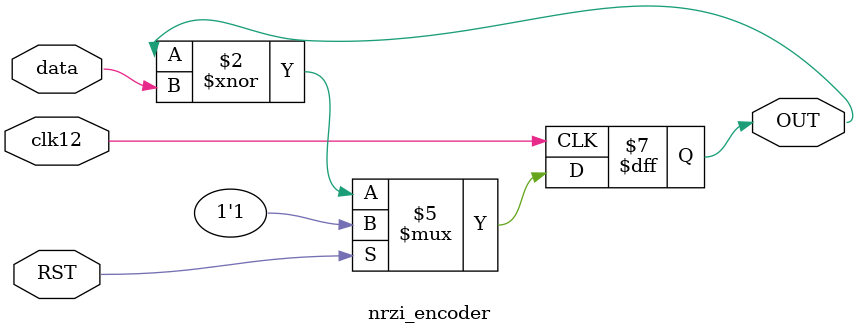
<source format=sv>
module nrzi_encoder#(
    parameter INITIAL_VALUE = 1,
    parameter ZERO_AS_TRANSITION = 1
)(
    input logic clk12,
    input logic RST,
    input logic data,
    output logic OUT
);

    /*
    Differential Signal:
                                 __   _     _   _     ____
                            D+ :   \_/ \___/ \_/ \___/
                                    _   ___   _           
                            D- : __/ \_/   \_/ \__________
    Differential decoding:          K J K K J K J 0 0 J J
                                                  ^------------ SM0/SE0 with D+=D-=LOW analogously exists SM1/SE1 with D+=D-=HIGH
    NRZI decoding:                  0 0 0 1 0 0 0 ? ? 0 1
    (Non-Return-to-Zero Inverted): logical 0 is transmitted as transition -> either from J to K or from K to J
                                   logical 1 is transmitted as NO transition -> stay at previous level
    */

    initial begin
        OUT = INITIAL_VALUE[0];
    end

    generate
        always_ff @(posedge clk12) begin
            if (RST) begin
                OUT <= INITIAL_VALUE[0];
            end else begin
                if (ZERO_AS_TRANSITION) begin
                    OUT <= OUT ~^ data;
                end else begin
                    OUT <= OUT ^ data;
                end
            end
        end
    endgenerate

endmodule

</source>
